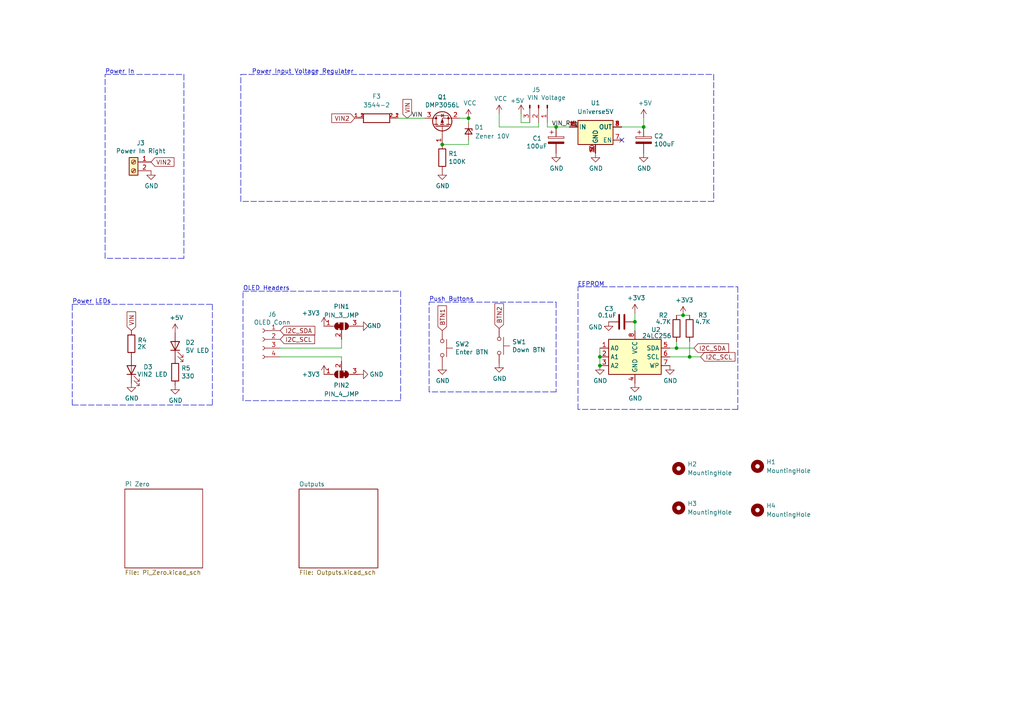
<source format=kicad_sch>
(kicad_sch (version 20231120) (generator "eeschema") (generator_version "8.0")
  (paper "A4")
  (title_block (title "Pi_Zero_W_2") (date "2022-08-20") (rev "v1") (company "Scott Hanson"))
  (lib_symbols
    (symbol "Connector:Conn_01x03_Male" (pin_names (offset 1.016) hide)
      (property "Reference" "J" (at 0 5.08 0))
      (property "Value" "Conn_01x03_Male" (at 0 -5.08 0))
      (symbol "Conn_01x03_Male_1_1"
        (polyline (pts (xy 1.27 -2.54) (xy 0.8636 -2.54)) (stroke (width 0.1524)))
        (polyline (pts (xy 1.27 0) (xy 0.8636 0)) (stroke (width 0.1524)))
        (polyline (pts (xy 1.27 2.54) (xy 0.8636 2.54)) (stroke (width 0.1524)))
        (rectangle (start 0.8636 -2.413) (end 0 -2.667) (stroke (width 0.1524)) (fill (type outline)))
        (rectangle (start 0.8636 0.127) (end 0 -0.127) (stroke (width 0.1524)) (fill (type outline)))
        (rectangle (start 0.8636 2.667) (end 0 2.413) (stroke (width 0.1524)) (fill (type outline)))
        (pin passive line (at 5.08 2.54 180) (length 3.81) (name "Pin_1") (number "1"))
        (pin passive line (at 5.08 0 180) (length 3.81) (name "Pin_2") (number "2"))
        (pin passive line (at 5.08 -2.54 180) (length 3.81) (name "Pin_3") (number "3"))
      )
    )
    (symbol "Connector:Conn_01x04_Female" (pin_names (offset 1.016) hide)
      (property "Reference" "J" (at 0 5.08 0))
      (property "Value" "Conn_01x04_Female" (at 0 -7.62 0))
      (symbol "Conn_01x04_Female_1_1"
        (arc (start 0 -4.572) (mid -0.5058 -5.08) (end 0 -5.588) (stroke (width 0.1524)))
        (arc (start 0 -2.032) (mid -0.5058 -2.54) (end 0 -3.048) (stroke (width 0.1524)))
        (polyline (pts (xy -1.27 -5.08) (xy -0.508 -5.08)) (stroke (width 0.1524)))
        (polyline (pts (xy -1.27 -2.54) (xy -0.508 -2.54)) (stroke (width 0.1524)))
        (polyline (pts (xy -1.27 0) (xy -0.508 0)) (stroke (width 0.1524)))
        (polyline (pts (xy -1.27 2.54) (xy -0.508 2.54)) (stroke (width 0.1524)))
        (arc (start 0 0.508) (mid -0.5058 0) (end 0 -0.508) (stroke (width 0.1524)))
        (arc (start 0 3.048) (mid -0.5058 2.54) (end 0 2.032) (stroke (width 0.1524)))
        (pin passive line (at -5.08 2.54 0) (length 3.81) (name "Pin_1") (number "1"))
        (pin passive line (at -5.08 0 0) (length 3.81) (name "Pin_2") (number "2"))
        (pin passive line (at -5.08 -2.54 0) (length 3.81) (name "Pin_3") (number "3"))
        (pin passive line (at -5.08 -5.08 0) (length 3.81) (name "Pin_4") (number "4"))
      )
    )
    (symbol "Connector:Screw_Terminal_01x02" (pin_names (offset 1.016) hide)
      (property "Reference" "J" (at 0 2.54 0))
      (property "Value" "Screw_Terminal_01x02" (at 0 -5.08 0))
      (symbol "Screw_Terminal_01x02_1_1"
        (rectangle (start -1.27 1.27) (end 1.27 -3.81) (stroke (width 0.254)) (fill (type background)))
        (circle (center 0 -2.54) (radius 0.635) (stroke (width 0.1524)))
        (polyline (pts (xy -0.5334 -2.2098) (xy 0.3302 -3.048)) (stroke (width 0.1524)))
        (polyline (pts (xy -0.5334 0.3302) (xy 0.3302 -0.508)) (stroke (width 0.1524)))
        (polyline (pts (xy -0.3556 -2.032) (xy 0.508 -2.8702)) (stroke (width 0.1524)))
        (polyline (pts (xy -0.3556 0.508) (xy 0.508 -0.3302)) (stroke (width 0.1524)))
        (circle (center 0 0) (radius 0.635) (stroke (width 0.1524)))
        (pin passive line (at -5.08 0 0) (length 3.81) (name "Pin_1") (number "1"))
        (pin passive line (at -5.08 -2.54 0) (length 3.81) (name "Pin_2") (number "2"))
      )
    )
    (symbol "Device:C" (pin_numbers hide) (pin_names (offset 0.254))
      (property "Reference" "C" (at 0.635 2.54 0))
      (property "Value" "C" (at 0.635 -2.54 0))
      (symbol "C_0_1"
        (polyline (pts (xy -2.032 -0.762) (xy 2.032 -0.762)) (stroke (width 0.508)))
        (polyline (pts (xy -2.032 0.762) (xy 2.032 0.762)) (stroke (width 0.508)))
      )
      (symbol "C_1_1"
        (pin passive line (at 0 3.81 270) (length 2.794) (name "~") (number "1"))
        (pin passive line (at 0 -3.81 90) (length 2.794) (name "~") (number "2"))
      )
    )
    (symbol "Device:D_Zener_Small" (pin_numbers hide) (pin_names (offset 0.254) hide)
      (property "Reference" "D" (at 0 2.286 0))
      (property "Value" "D_Zener_Small" (at 0 -2.286 0))
      (symbol "D_Zener_Small_0_1"
        (polyline (pts (xy 0.762 0) (xy -0.762 0)))
        (polyline (pts (xy -0.254 1.016) (xy -0.762 1.016) (xy -0.762 -1.016)) (stroke (width 0.254)))
        (polyline (pts (xy 0.762 1.016) (xy -0.762 0) (xy 0.762 -1.016) (xy 0.762 1.016)) (stroke (width 0.254)))
      )
      (symbol "D_Zener_Small_1_1"
        (pin passive line (at -2.54 0 0) (length 1.778) (name "K") (number "1"))
        (pin passive line (at 2.54 0 180) (length 1.778) (name "A") (number "2"))
      )
    )
    (symbol "Device:LED" (pin_numbers hide) (pin_names (offset 1.016) hide)
      (property "Reference" "D" (at 0 2.54 0))
      (property "Value" "LED" (at 0 -2.54 0))
      (symbol "LED_0_1"
        (polyline (pts (xy -1.27 -1.27) (xy -1.27 1.27)) (stroke (width 0.254)))
        (polyline (pts (xy -1.27 0) (xy 1.27 0)))
        (polyline (pts (xy 1.27 -1.27) (xy 1.27 1.27) (xy -1.27 0) (xy 1.27 -1.27)) (stroke (width 0.254)))
        (polyline (pts (xy -3.048 -0.762) (xy -4.572 -2.286) (xy -3.81 -2.286) (xy -4.572 -2.286) (xy -4.572 -1.524)))
        (polyline (pts (xy -1.778 -0.762) (xy -3.302 -2.286) (xy -2.54 -2.286) (xy -3.302 -2.286) (xy -3.302 -1.524)))
      )
      (symbol "LED_1_1"
        (pin passive line (at -3.81 0 0) (length 2.54) (name "K") (number "1"))
        (pin passive line (at 3.81 0 180) (length 2.54) (name "A") (number "2"))
      )
    )
    (symbol "Device:Q_PMOS_GSD" (pin_names (offset 0) hide)
      (property "Reference" "Q" (at 5.08 1.27 0))
      (property "Value" "Q_PMOS_GSD" (at 5.08 -1.27 0))
      (symbol "Q_PMOS_GSD_0_1"
        (polyline (pts (xy 0.254 0) (xy -2.54 0)))
        (polyline (pts (xy 0.254 1.905) (xy 0.254 -1.905)) (stroke (width 0.254)))
        (polyline (pts (xy 0.762 -1.27) (xy 0.762 -2.286)) (stroke (width 0.254)))
        (polyline (pts (xy 0.762 0.508) (xy 0.762 -0.508)) (stroke (width 0.254)))
        (polyline (pts (xy 0.762 2.286) (xy 0.762 1.27)) (stroke (width 0.254)))
        (polyline (pts (xy 2.54 2.54) (xy 2.54 1.778)))
        (polyline (pts (xy 2.54 -2.54) (xy 2.54 0) (xy 0.762 0)))
        (polyline (pts (xy 0.762 1.778) (xy 3.302 1.778) (xy 3.302 -1.778) (xy 0.762 -1.778)))
        (polyline (pts (xy 2.286 0) (xy 1.27 0.381) (xy 1.27 -0.381) (xy 2.286 0)) (fill (type outline)))
        (polyline (pts (xy 2.794 -0.508) (xy 2.921 -0.381) (xy 3.683 -0.381) (xy 3.81 -0.254)))
        (polyline (pts (xy 3.302 -0.381) (xy 2.921 0.254) (xy 3.683 0.254) (xy 3.302 -0.381)))
        (circle (center 1.651 0) (radius 2.794) (stroke (width 0.254)))
        (circle (center 2.54 -1.778) (radius 0.254) (fill (type outline)))
        (circle (center 2.54 1.778) (radius 0.254) (fill (type outline)))
      )
      (symbol "Q_PMOS_GSD_1_1"
        (pin input line (at -5.08 0 0) (length 2.54) (name "G") (number "1"))
        (pin passive line (at 2.54 -5.08 90) (length 2.54) (name "S") (number "2"))
        (pin passive line (at 2.54 5.08 270) (length 2.54) (name "D") (number "3"))
      )
    )
    (symbol "Device:R" (pin_numbers hide) (pin_names (offset 0))
      (property "Reference" "R" (at 2.032 0 90))
      (property "Value" "R" (at 0 0 90))
      (symbol "R_0_1"
        (rectangle (start -1.016 -2.54) (end 1.016 2.54) (stroke (width 0.254)))
      )
      (symbol "R_1_1"
        (pin passive line (at 0 3.81 270) (length 1.27) (name "~") (number "1"))
        (pin passive line (at 0 -3.81 90) (length 1.27) (name "~") (number "2"))
      )
    )
    (symbol "Jumper:SolderJumper_3_Bridged12" (pin_names (offset 0) hide)
      (property "Reference" "JP" (at -2.54 -2.54 0))
      (property "Value" "SolderJumper_3_Bridged12" (at 0 2.794 0))
      (symbol "SolderJumper_3_Bridged12_0_1"
        (rectangle (start -1.016 0.508) (end -0.508 -0.508) (fill (type outline)))
        (arc (start -1.016 1.016) (mid -2.0275 0) (end -1.016 -1.016))
        (arc (start -1.016 1.016) (mid -2.0275 0) (end -1.016 -1.016) (fill (type outline)))
        (rectangle (start -0.508 1.016) (end 0.508 -1.016) (fill (type outline)))
        (polyline (pts (xy -2.54 0) (xy -2.032 0)))
        (polyline (pts (xy -1.016 1.016) (xy -1.016 -1.016)))
        (polyline (pts (xy 0 -1.27) (xy 0 -1.016)))
        (polyline (pts (xy 1.016 1.016) (xy 1.016 -1.016)))
        (polyline (pts (xy 2.54 0) (xy 2.032 0)))
        (arc (start 1.016 -1.016) (mid 2.0275 0) (end 1.016 1.016))
        (arc (start 1.016 -1.016) (mid 2.0275 0) (end 1.016 1.016) (fill (type outline)))
      )
      (symbol "SolderJumper_3_Bridged12_1_1"
        (pin passive line (at -5.08 0 0) (length 2.54) (name "A") (number "1"))
        (pin passive line (at 0 -3.81 90) (length 2.54) (name "C") (number "2"))
        (pin passive line (at 5.08 0 180) (length 2.54) (name "B") (number "3"))
      )
    )
    (symbol "Mechanical:MountingHole" (pin_names (offset 1.016))
      (property "Reference" "H" (at 0 5.08 0))
      (property "Value" "MountingHole" (at 0 3.175 0))
      (symbol "MountingHole_0_1"
        (circle (center 0 0) (radius 1.27) (stroke (width 1.27)))
      )
    )
    (symbol "Memory_EEPROM:24LC256"
      (property "Reference" "U" (at -6.35 6.35 0))
      (property "Value" "24LC256" (at 1.27 6.35 0))
      (symbol "24LC256_1_1"
        (rectangle (start -7.62 5.08) (end 7.62 -5.08) (stroke (width 0.254)) (fill (type background)))
        (pin input line (at -10.16 2.54 0) (length 2.54) (name "A0") (number "1"))
        (pin input line (at -10.16 0 0) (length 2.54) (name "A1") (number "2"))
        (pin input line (at -10.16 -2.54 0) (length 2.54) (name "A2") (number "3"))
        (pin power_in line (at 0 -7.62 90) (length 2.54) (name "GND") (number "4"))
        (pin bidirectional line (at 10.16 2.54 180) (length 2.54) (name "SDA") (number "5"))
        (pin input line (at 10.16 0 180) (length 2.54) (name "SCL") (number "6"))
        (pin input line (at 10.16 -2.54 180) (length 2.54) (name "WP") (number "7"))
        (pin power_in line (at 0 7.62 270) (length 2.54) (name "VCC") (number "8"))
      )
    )
    (symbol "Pi_Zero_W_2-rescue:CP-Device" (pin_numbers hide) (pin_names (offset 0.254))
      (property "Reference" "C" (at 0.635 2.54 0))
      (property "Value" "CP-Device" (at 0.635 -2.54 0))
      (symbol "CP-Device_0_1"
        (rectangle (start -2.286 0.508) (end 2.286 1.016))
        (polyline (pts (xy -1.778 2.286) (xy -0.762 2.286)))
        (polyline (pts (xy -1.27 2.794) (xy -1.27 1.778)))
        (rectangle (start 2.286 -0.508) (end -2.286 -1.016) (fill (type outline)))
      )
      (symbol "CP-Device_1_1"
        (pin passive line (at 0 3.81 270) (length 2.794) (name "~") (number "1"))
        (pin passive line (at 0 -3.81 90) (length 2.794) (name "~") (number "2"))
      )
    )
    (symbol "Scotts:3544-2" (pin_names (offset 1.016) hide)
      (property "Reference" "F?" (at -3.81 2.54 0))
      (property "Value" "3544-2" (at -3.81 -2.54 0))
      (symbol "3544-2_0_0"
        (polyline (pts (xy -3.81 -1.27) (xy -3.81 1.27)) (stroke (width 0.254)))
        (polyline (pts (xy -3.81 1.27) (xy 3.81 1.27)) (stroke (width 0.254)))
        (polyline (pts (xy 3.81 -1.27) (xy -3.81 -1.27)) (stroke (width 0.254)))
        (polyline (pts (xy 3.81 1.27) (xy 3.81 -1.27)) (stroke (width 0.254)))
        (text "~" (at 0 0 0) (effects (font (size 1.27 1.27))))
        (pin passive line (at -6.35 0 0) (length 2.54) (name "1") (number "1_1"))
        (pin passive line (at -6.35 0 0) (length 2.54) (name "1") (number "1_2"))
        (pin passive line (at 6.35 0 180) (length 2.54) (name "2") (number "2_1"))
        (pin passive line (at 6.35 0 180) (length 2.54) (name "2") (number "2_2"))
      )
    )
    (symbol "Scotts:SolderJumper_3_Bridged23" (pin_names (offset 0) hide)
      (property "Reference" "JP?" (at 0 6.35 0))
      (property "Value" "SolderJumper_3_Bridged23" (at 0 3.81 0))
      (symbol "SolderJumper_3_Bridged23_0_1"
        (arc (start -1.016 1.016) (mid -2.0275 0) (end -1.016 -1.016))
        (arc (start -1.016 1.016) (mid -2.0275 0) (end -1.016 -1.016) (fill (type outline)))
        (rectangle (start -0.508 1.016) (end 0.508 -1.016) (fill (type outline)))
        (polyline (pts (xy -2.54 0) (xy -2.032 0)))
        (polyline (pts (xy -1.016 1.016) (xy -1.016 -1.016)))
        (polyline (pts (xy 0 -1.27) (xy 0 -1.016)))
        (polyline (pts (xy 1.016 1.016) (xy 1.016 -1.016)))
        (polyline (pts (xy 2.54 0) (xy 2.032 0)))
        (rectangle (start 0.508 0.508) (end 1.016 -0.508) (fill (type outline)))
        (arc (start 1.016 -1.016) (mid 2.0275 0) (end 1.016 1.016))
        (arc (start 1.016 -1.016) (mid 2.0275 0) (end 1.016 1.016) (fill (type outline)))
      )
      (symbol "SolderJumper_3_Bridged23_1_1"
        (pin passive line (at -5.08 0 0) (length 2.54) (name "A") (number "1"))
        (pin passive line (at 0 -3.81 90) (length 2.54) (name "C") (number "2"))
        (pin passive line (at 5.08 0 180) (length 2.54) (name "B") (number "3"))
      )
    )
    (symbol "Scotts:Universe5V" (pin_names (offset 0.254))
      (property "Reference" "U" (at -3.81 3.175 0))
      (property "Value" "Universe5V" (at 0 3.175 0))
      (symbol "Universe5V_0_0"
        (pin power_in line (at 0 -7.62 90) (length 2.54) (name "GND") (number "10"))
        (pin power_in line (at -7.62 0 0) (length 2.54) (name "IN") (number "11"))
        (pin power_out line (at 7.62 0 180) (length 2.54) (name "OUT") (number "4"))
        (pin power_in line (at 0 -7.62 90) (length 2.54) (name "GND") (number "5"))
        (pin power_in line (at -7.62 0 0) (length 2.54) (name "IN") (number "6"))
        (pin output line (at 7.62 -3.81 180) (length 2.54) (name "EN") (number "7"))
        (pin power_out line (at 7.62 0 180) (length 2.54) (name "OUT") (number "8"))
        (pin power_in line (at 0 -7.62 90) (length 2.54) (name "GND") (number "9"))
      )
      (symbol "Universe5V_0_1"
        (rectangle (start -5.08 1.905) (end 5.08 -5.08) (stroke (width 0.254)) (fill (type background)))
      )
      (symbol "Universe5V_1_1"
        (pin power_in line (at -7.62 0 0) (length 2.54) (name "IN") (number "1"))
        (pin power_in line (at 0 -7.62 90) (length 2.54) (name "GND") (number "2"))
        (pin power_out line (at 7.62 0 180) (length 2.54) (name "OUT") (number "3"))
      )
    )
    (symbol "Switch:SW_Push" (pin_numbers hide) (pin_names (offset 1.016) hide)
      (property "Reference" "SW" (at 1.27 2.54 0))
      (property "Value" "SW_Push" (at 0 -1.524 0))
      (symbol "SW_Push_0_1"
        (circle (center -2.032 0) (radius 0.508))
        (polyline (pts (xy 0 1.27) (xy 0 3.048)))
        (polyline (pts (xy 2.54 1.27) (xy -2.54 1.27)))
        (circle (center 2.032 0) (radius 0.508))
        (pin passive line (at -5.08 0 0) (length 2.54) (name "1") (number "1"))
        (pin passive line (at 5.08 0 180) (length 2.54) (name "2") (number "2"))
      )
    )
    (symbol "power:+3.3V" (power) (pin_names (offset 0))
      (property "Value" "+3.3V" (at 0 3.556 0))
      (symbol "+3.3V_0_1"
        (polyline (pts (xy -0.762 1.27) (xy 0 2.54)))
        (polyline (pts (xy 0 0) (xy 0 2.54)))
        (polyline (pts (xy 0 2.54) (xy 0.762 1.27)))
      )
      (symbol "+3.3V_1_1"
        (pin power_in line (at 0 0 90) (length 0) hide (name "+3V3") (number "1"))
      )
    )
    (symbol "power:+5V" (power) (pin_names (offset 0))
      (property "Value" "+5V" (at 0 3.556 0))
      (symbol "+5V_0_1"
        (polyline (pts (xy -0.762 1.27) (xy 0 2.54)))
        (polyline (pts (xy 0 0) (xy 0 2.54)))
        (polyline (pts (xy 0 2.54) (xy 0.762 1.27)))
      )
      (symbol "+5V_1_1"
        (pin power_in line (at 0 0 90) (length 0) hide (name "+5V") (number "1"))
      )
    )
    (symbol "power:GND" (power) (pin_names (offset 0))
      (property "Value" "GND" (at 0 -3.81 0))
      (symbol "GND_0_1"
        (polyline (pts (xy 0 0) (xy 0 -1.27) (xy 1.27 -1.27) (xy 0 -2.54) (xy -1.27 -1.27) (xy 0 -1.27)))
      )
      (symbol "GND_1_1"
        (pin power_in line (at 0 0 270) (length 0) hide (name "GND") (number "1"))
      )
    )
    (symbol "power:VCC" (power) (pin_names (offset 0))
      (property "Value" "VCC" (at 0 3.81 0))
      (symbol "VCC_0_1"
        (polyline (pts (xy -0.762 1.27) (xy 0 2.54)))
        (polyline (pts (xy 0 0) (xy 0 2.54)))
        (polyline (pts (xy 0 2.54) (xy 0.762 1.27)))
      )
      (symbol "VCC_1_1"
        (pin power_in line (at 0 0 90) (length 0) hide (name "VCC") (number "1"))
      )
    )
  )
  (junction (at 186.69 36.83))
  (junction (at 198.12 91.44))
  (junction (at 161.29 36.83))
  (junction (at 196.215 100.965))
  (junction (at 128.27 41.91))
  (junction (at 173.99 103.505))
  (junction (at 135.89 34.29))
  (junction (at 200.025 103.505))
  (junction (at 184.15 93.345))
  (junction (at 173.99 106.045))
  (no_connect (at 180.34 40.64))
  (wire (pts (xy 203.2 103.505) (xy 200.025 103.505)))
  (wire (pts (xy 115.57 34.29) (xy 123.19 34.29)))
  (wire (pts (xy 156.21 36.83) (xy 144.78 36.83)))
  (wire (pts (xy 99.06 98.425) (xy 99.06 100.965)))
  (polyline (pts (xy 213.995 118.745) (xy 167.64 118.745)) (stroke (width 0) (type dash)))
  (wire (pts (xy 135.89 41.91) (xy 128.27 41.91)))
  (wire (pts (xy 196.215 99.06) (xy 196.215 100.965)))
  (polyline (pts (xy 61.595 88.265) (xy 61.595 117.475)) (stroke (width 0) (type dash)))
  (wire (pts (xy 194.31 100.965) (xy 196.215 100.965)))
  (wire (pts (xy 200.025 91.44) (xy 198.12 91.44)))
  (polyline (pts (xy 69.85 21.59) (xy 207.01 21.59)) (stroke (width 0) (type dash)))
  (wire (pts (xy 133.35 34.29) (xy 135.89 34.29)))
  (polyline (pts (xy 20.955 117.475) (xy 20.955 88.265)) (stroke (width 0) (type dash)))
  (polyline (pts (xy 61.595 117.475) (xy 20.955 117.475)) (stroke (width 0) (type dash)))
  (polyline (pts (xy 53.34 21.59) (xy 53.34 74.93)) (stroke (width 0) (type dash)))
  (wire (pts (xy 151.13 35.56) (xy 153.67 35.56)))
  (wire (pts (xy 151.13 33.02) (xy 151.13 35.56)))
  (wire (pts (xy 81.28 100.965) (xy 99.06 100.965)))
  (polyline (pts (xy 124.46 113.665) (xy 124.46 87.63)) (stroke (width 0) (type dash)))
  (polyline (pts (xy 124.46 87.63) (xy 161.29 87.63)) (stroke (width 0) (type dash)))
  (wire (pts (xy 180.34 36.83) (xy 186.69 36.83)))
  (wire (pts (xy 196.215 100.965) (xy 201.295 100.965)))
  (polyline (pts (xy 213.995 83.185) (xy 213.995 118.745)) (stroke (width 0) (type dash)))
  (polyline (pts (xy 70.485 84.455) (xy 116.205 84.455)) (stroke (width 0) (type dash)))
  (polyline (pts (xy 167.64 83.185) (xy 213.995 83.185)) (stroke (width 0) (type dash)))
  (polyline (pts (xy 20.955 88.265) (xy 61.595 88.265)) (stroke (width 0) (type dash)))
  (polyline (pts (xy 161.29 113.665) (xy 124.46 113.665)) (stroke (width 0) (type dash)))
  (wire (pts (xy 184.15 93.345) (xy 184.15 95.885)))
  (wire (pts (xy 200.025 99.06) (xy 200.025 103.505)))
  (polyline (pts (xy 70.485 116.205) (xy 70.485 84.455)) (stroke (width 0) (type dash)))
  (polyline (pts (xy 30.48 21.59) (xy 53.34 21.59)) (stroke (width 0) (type dash)))
  (polyline (pts (xy 167.64 118.745) (xy 167.64 83.185)) (stroke (width 0) (type dash)))
  (wire (pts (xy 198.12 91.44) (xy 196.215 91.44)))
  (wire (pts (xy 161.29 36.83) (xy 165.1 36.83)))
  (wire (pts (xy 186.69 34.29) (xy 186.69 36.83)))
  (polyline (pts (xy 69.85 58.42) (xy 69.85 21.59)) (stroke (width 0) (type dash)))
  (wire (pts (xy 173.99 100.965) (xy 173.99 103.505)))
  (wire (pts (xy 158.75 35.56) (xy 158.75 36.83)))
  (wire (pts (xy 81.28 103.505) (xy 99.06 103.505)))
  (wire (pts (xy 200.025 103.505) (xy 194.31 103.505)))
  (wire (pts (xy 156.21 35.56) (xy 156.21 36.83)))
  (wire (pts (xy 173.99 103.505) (xy 173.99 106.045)))
  (wire (pts (xy 135.89 34.29) (xy 135.89 35.56)))
  (wire (pts (xy 135.89 40.64) (xy 135.89 41.91)))
  (polyline (pts (xy 207.01 58.42) (xy 69.85 58.42)) (stroke (width 0) (type dash)))
  (wire (pts (xy 158.75 36.83) (xy 161.29 36.83)))
  (wire (pts (xy 99.06 103.505) (xy 99.06 104.775)))
  (wire (pts (xy 184.15 90.805) (xy 184.15 93.345)))
  (wire (pts (xy 144.78 36.83) (xy 144.78 33.02)))
  (polyline (pts (xy 30.48 74.93) (xy 30.48 21.59)) (stroke (width 0) (type dash)))
  (polyline (pts (xy 116.205 116.205) (xy 70.485 116.205)) (stroke (width 0) (type dash)))
  (polyline (pts (xy 53.34 74.93) (xy 30.48 74.93)) (stroke (width 0) (type dash)))
  (polyline (pts (xy 207.01 21.59) (xy 207.01 58.42)) (stroke (width 0) (type dash)))
  (polyline (pts (xy 116.205 84.455) (xy 116.205 116.205)) (stroke (width 0) (type dash)))
  (polyline (pts (xy 161.29 87.63) (xy 161.29 113.665)) (stroke (width 0) (type dash)))
  (text "Power LEDs" (at 20.955 88.265 0) (effects (font (size 1.27 1.27)) (justify left bottom)))
  (text "Power In" (at 30.48 21.59 0) (effects (font (size 1.27 1.27)) (justify left bottom)))
  (text "OLED Headers" (at 70.485 84.455 0) (effects (font (size 1.27 1.27)) (justify left bottom)))
  (text "Push Buttons" (at 124.46 87.63 0) (effects (font (size 1.27 1.27)) (justify left bottom)))
  (text "Power Input Voltage Regulater" (at 73.025 21.59 0) (effects (font (size 1.27 1.27)) (justify left bottom)))
  (text "EEPROM" (at 167.513 83.312 0) (effects (font (size 1.27 1.27)) (justify left bottom)))
  (label "VIN_Reg" (at 160.02 36.83 0))
  (label "VIN" (at 119.38 34.29 0))
  (global_label "VIN" (shape input) (at 118.11 34.29 90) (property "Intersheetrefs" "${INTERSHEET_REFS}" (effects (hide yes))))
  (global_label "VIN2" (shape input) (at 102.87 34.29 180) (property "Intersheetrefs" "${INTERSHEET_REFS}" (effects (hide yes))))
  (global_label "VIN2" (shape input) (at 43.815 46.99 0) (property "Intersheetrefs" "${INTERSHEET_REFS}" (effects (hide yes))))
  (global_label "I2C_SCL" (shape input) (at 81.28 98.425 0) (property "Intersheetrefs" "${INTERSHEET_REFS}" (effects (hide yes))))
  (global_label "BTN1" (shape input) (at 128.27 95.885 90) (property "Intersheetrefs" "${INTERSHEET_REFS}" (effects (hide yes))))
  (global_label "BTN2" (shape input) (at 144.78 95.25 90) (property "Intersheetrefs" "${INTERSHEET_REFS}" (effects (hide yes))))
  (global_label "I2C_SDA" (shape input) (at 201.295 100.965 0) (property "Intersheetrefs" "${INTERSHEET_REFS}" (effects (hide yes))))
  (global_label "I2C_SCL" (shape input) (at 203.2 103.505 0) (property "Intersheetrefs" "${INTERSHEET_REFS}" (effects (hide yes))))
  (global_label "VIN" (shape input) (at 38.1 95.885 90) (property "Intersheetrefs" "${INTERSHEET_REFS}" (effects (hide yes))))
  (global_label "I2C_SDA" (shape input) (at 81.28 95.885 0) (property "Intersheetrefs" "${INTERSHEET_REFS}" (effects (hide yes))))
  (symbol (lib_id "Pi_Zero_W_2-rescue:CP-Device") (at 186.69 40.64 0) (unit 1)
    (property "Reference" "C2" (at 189.6872 39.4716 0) (effects (justify left)))
    (property "Value" "100uF" (at 189.6872 41.783 0) (effects (justify left)))
    (property "Footprint" "Capacitor_SMD:CP_Elec_6.3x5.4_Nichicon" (effects (hide yes)))
    (property "Digi-Key_PN" "493-2105-1-ND" (effects (hide yes)))
    (property "MPN" "UWX1C101MCL1GB" (effects (hide yes)))
    (property "LCSC" "C134723" (effects (hide yes)))
  )
  (symbol (lib_id "Pi_Zero_W_2-rescue:CP-Device") (at 161.29 40.64 0) (unit 1)
    (property "Reference" "C1" (at 154.432 40.132 0) (effects (justify left)))
    (property "Value" "100uF" (at 152.654 42.418 0) (effects (justify left)))
    (property "Footprint" "Capacitor_SMD:CP_Elec_6.3x5.4_Nichicon" (effects (hide yes)))
    (property "Digi-Key_PN" "493-2105-1-ND" (effects (hide yes)))
    (property "MPN" "UWX1C101MCL1GB" (effects (hide yes)))
    (property "LCSC" "C134723" (effects (hide yes)))
  )
  (symbol (lib_id "power:GND") (at 172.72 44.45 0) (unit 1)
    (property "Reference" "#PWR06" (effects (hide yes)))
    (property "Value" "GND" (at 172.847 48.8442 0))
  )
  (symbol (lib_id "power:GND") (at 186.69 44.45 0) (unit 1)
    (property "Reference" "#PWR07" (effects (hide yes)))
    (property "Value" "GND" (at 186.817 48.8442 0))
  )
  (symbol (lib_id "power:GND") (at 161.29 44.45 0) (unit 1)
    (property "Reference" "#PWR05" (effects (hide yes)))
    (property "Value" "GND" (at 161.417 48.8442 0))
  )
  (symbol (lib_id "power:+5V") (at 186.69 34.29 0) (unit 1)
    (property "Reference" "#PWR04" (effects (hide yes)))
    (property "Value" "+5V" (at 187.071 29.8958 0))
  )
  (symbol (lib_id "Connector:Conn_01x03_Male") (at 156.21 30.48 270) (unit 1)
    (property "Reference" "J5" (at 154.305 26.035 90) (effects (justify left)))
    (property "Value" "VIN Voltage" (at 152.908 28.321 90) (effects (justify left)))
    (property "Footprint" "Connector_PinHeader_2.54mm:PinHeader_1x03_P2.54mm_Vertical" (effects (hide yes)))
    (property "Digi-Key_PN" "732-5316-ND" (effects (hide yes)))
    (property "MPN" "61300311121" (effects (hide yes)))
    (property "LCSC" "C49257" (effects (hide yes)))
  )
  (symbol (lib_id "power:+5V") (at 151.13 33.02 0) (unit 1)
    (property "Reference" "#PWR01" (effects (hide yes)))
    (property "Value" "+5V" (at 149.987 29.21 0))
  )
  (symbol (lib_id "power:GND") (at 43.815 49.53 0) (unit 1)
    (property "Reference" "#PWR08" (effects (hide yes)))
    (property "Value" "GND" (at 43.942 53.9242 0))
  )
  (symbol (lib_id "Connector:Conn_01x04_Female") (at 76.2 98.425 0) (mirror y) (unit 1)
    (property "Reference" "J6" (at 78.9432 91.186 0))
    (property "Value" "OLED Conn" (at 78.9432 93.4974 0))
    (property "Footprint" "Connector_PinSocket_2.54mm:PinSocket_1x04_P2.54mm_Vertical" (effects (hide yes)))
    (property "Digi-Key_PN" "S7002-ND" (effects (hide yes)))
    (property "MPN" "PPTC041LFBN-RC" (effects (hide yes)))
    (property "LCSC" "C225501" (effects (hide yes)))
  )
  (symbol (lib_id "power:+3.3V") (at 93.98 94.615 0) (unit 1)
    (property "Reference" "#PWR013" (effects (hide yes)))
    (property "Value" "+3V3" (at 90.17 90.805 0))
  )
  (symbol (lib_id "Device:LED") (at 38.1 107.315 90) (unit 1)
    (property "Reference" "D3" (at 42.926 106.426 90))
    (property "Value" "VIN2 LED" (at 44.196 108.585 90))
    (property "Footprint" "LED_SMD:LED_0603_1608Metric" (effects (hide yes)))
    (property "Digi-Key_PN" "160-1436-2-ND" (effects (hide yes)))
    (property "MPN" "LTST-C190KRKT" (effects (hide yes)))
    (property "LCSC" "C2286" (effects (hide yes)))
  )
  (symbol (lib_id "Device:R") (at 38.1 99.695 180) (unit 1)
    (property "Reference" "R4" (at 41.275 98.679 0))
    (property "Value" "2K" (at 41.148 100.584 0))
    (property "Footprint" "Resistor_SMD:R_0603_1608Metric" (effects (hide yes)))
    (property "LCSC" "C4190" (effects (hide yes)))
  )
  (symbol (lib_id "power:GND") (at 38.1 111.125 0) (unit 1)
    (property "Reference" "#PWR022" (effects (hide yes)))
    (property "Value" "GND" (at 38.227 115.5192 0))
  )
  (symbol (lib_id "Device:R") (at 50.8 107.95 180) (unit 1)
    (property "Reference" "R5" (at 52.578 106.7816 0) (effects (justify right)))
    (property "Value" "330" (at 52.578 109.093 0) (effects (justify right)))
    (property "Footprint" "Resistor_SMD:R_0603_1608Metric" (effects (hide yes)))
    (property "LCSC" "C23138" (effects (hide yes)))
  )
  (symbol (lib_id "Device:LED") (at 50.8 100.33 90) (unit 1)
    (property "Reference" "D2" (at 53.7718 99.3394 90) (effects (justify right)))
    (property "Value" "5V LED" (at 53.7718 101.6508 90) (effects (justify right)))
    (property "Footprint" "LED_SMD:LED_0603_1608Metric" (effects (hide yes)))
    (property "Digi-Key_PN" "160-1436-2-ND" (effects (hide yes)))
    (property "MPN" "LTST-C190KRKT" (effects (hide yes)))
    (property "LCSC" "C2286" (effects (hide yes)))
  )
  (symbol (lib_id "power:+5V") (at 50.8 96.52 0) (unit 1)
    (property "Reference" "#PWR015" (effects (hide yes)))
    (property "Value" "+5V" (at 51.181 92.1258 0))
  )
  (symbol (lib_id "power:GND") (at 50.8 111.76 0) (unit 1)
    (property "Reference" "#PWR024" (effects (hide yes)))
    (property "Value" "GND" (at 50.927 116.1542 0))
  )
  (symbol (lib_id "Memory_EEPROM:24LC256") (at 184.15 103.505 0) (unit 1)
    (property "Reference" "U2" (at 190.246 95.631 0))
    (property "Value" "24LC256" (at 190.5 97.409 0))
    (property "Footprint" "Package_SO:SOIC-8_3.9x4.9mm_P1.27mm" (effects (hide yes)))
    (property "Datasheet" "http://ww1.microchip.com/downloads/en/devicedoc/21203m.pdf" (effects (hide yes)))
    (property "Digi-Key_PN" "24LC256T-I/SNCT-ND" (effects (hide yes)))
    (property "MPN" "24LC256T-I/SN" (effects (hide yes)))
    (property "LCSC" "C6482" (effects (hide yes)))
  )
  (symbol (lib_id "power:GND") (at 173.99 106.045 0) (unit 1)
    (property "Reference" "#PWR018" (effects (hide yes)))
    (property "Value" "GND" (at 174.117 110.4392 0))
  )
  (symbol (lib_id "power:GND") (at 184.15 111.125 0) (unit 1)
    (property "Reference" "#PWR023" (effects (hide yes)))
    (property "Value" "GND" (at 184.277 115.5192 0))
  )
  (symbol (lib_id "power:GND") (at 194.31 106.045 0) (unit 1)
    (property "Reference" "#PWR019" (effects (hide yes)))
    (property "Value" "GND" (at 194.437 110.4392 0))
  )
  (symbol (lib_id "power:+3.3V") (at 184.15 90.805 0) (unit 1)
    (property "Reference" "#PWR010" (effects (hide yes)))
    (property "Value" "+3V3" (at 184.531 86.4108 0))
  )
  (symbol (lib_id "Device:R") (at 196.215 95.25 180) (unit 1)
    (property "Reference" "R2" (at 192.405 91.44 0))
    (property "Value" "4.7K" (at 192.405 93.345 0))
    (property "Footprint" "Resistor_SMD:R_0603_1608Metric" (effects (hide yes)))
    (property "Digi-Key_PN" "311-4.7KGRCT-ND" (effects (hide yes)))
    (property "MPN" "RC0603JR-074K7L" (effects (hide yes)))
    (property "LCSC" "C23162" (effects (hide yes)))
  )
  (symbol (lib_id "Device:R") (at 200.025 95.25 180) (unit 1)
    (property "Reference" "R3" (at 203.835 91.44 0))
    (property "Value" "4.7K" (at 203.835 93.345 0))
    (property "Footprint" "Resistor_SMD:R_0603_1608Metric" (effects (hide yes)))
    (property "Digi-Key_PN" "311-4.7KGRCT-ND" (effects (hide yes)))
    (property "MPN" "RC0603JR-074K7L" (effects (hide yes)))
    (property "LCSC" "C23162" (effects (hide yes)))
  )
  (symbol (lib_id "power:+3.3V") (at 198.12 91.44 0) (unit 1)
    (property "Reference" "#PWR011" (effects (hide yes)))
    (property "Value" "+3V3" (at 198.501 87.0458 0))
  )
  (symbol (lib_id "Device:C") (at 180.34 93.345 270) (unit 1)
    (property "Reference" "C3" (at 175.26 89.535 90) (effects (justify left)))
    (property "Value" "0.1uF" (at 173.355 91.44 90) (effects (justify left)))
    (property "Footprint" "Capacitor_SMD:C_0603_1608Metric" (effects (hide yes)))
    (property "Digi-Key_PN" "1276-1935-2-ND" (effects (hide yes)))
    (property "MPN" "CL10B104KB8NNWC" (effects (hide yes)))
    (property "LCSC" "C14663" (effects (hide yes)))
  )
  (symbol (lib_id "power:GND") (at 176.53 93.345 0) (unit 1)
    (property "Reference" "#PWR012" (effects (hide yes)))
    (property "Value" "GND" (at 172.72 94.869 0))
  )
  (symbol (lib_id "Switch:SW_Push") (at 128.27 100.965 270) (unit 1)
    (property "Reference" "SW2" (at 132.0292 99.7966 90) (effects (justify left)))
    (property "Value" "Enter BTN" (at 132.0292 102.108 90) (effects (justify left)))
    (property "Footprint" "Button_Switch_SMD:SW_Push_1P1T_NO_6x6mm_H9.5mm" (effects (hide yes)))
    (property "Digi-Key_PN" "CKN9088CT-ND" (effects (hide yes)))
    (property "MPN" "PTS645SL50SMTR92 LFS" (effects (hide yes)))
    (property "LCSC" "C127509" (effects (hide yes)))
  )
  (symbol (lib_id "Switch:SW_Push") (at 144.78 100.33 270) (unit 1)
    (property "Reference" "SW1" (at 148.5392 99.1616 90) (effects (justify left)))
    (property "Value" "Down BTN" (at 148.5392 101.473 90) (effects (justify left)))
    (property "Footprint" "Button_Switch_SMD:SW_Push_1P1T_NO_6x6mm_H9.5mm" (effects (hide yes)))
    (property "Digi-Key_PN" "CKN9088CT-ND" (effects (hide yes)))
    (property "MPN" "PTS645SL50SMTR92 LFS" (effects (hide yes)))
    (property "LCSC" "C127509" (effects (hide yes)))
  )
  (symbol (lib_id "power:GND") (at 144.78 105.41 0) (unit 1)
    (property "Reference" "#PWR016" (effects (hide yes)))
    (property "Value" "GND" (at 144.907 109.8042 0))
  )
  (symbol (lib_id "power:GND") (at 128.27 106.045 0) (unit 1)
    (property "Reference" "#PWR017" (effects (hide yes)))
    (property "Value" "GND" (at 128.397 110.4392 0))
  )
  (symbol (lib_id "Device:Q_PMOS_GSD") (at 128.27 36.83 90) (unit 1)
    (property "Reference" "Q1" (at 128.27 28.1432 90))
    (property "Value" "DMP3056L" (at 128.27 30.4546 90))
    (property "Footprint" "Package_TO_SOT_SMD:SOT-23" (effects (hide yes)))
    (property "Digi-Key_PN" "DMP3056L-7DICT-ND" (effects (hide yes)))
    (property "MPN" "DMP3056L-7" (effects (hide yes)))
    (property "LCSC" "C150724" (effects (hide yes)))
  )
  (symbol (lib_id "Device:D_Zener_Small") (at 135.89 38.1 270) (unit 1)
    (property "Reference" "D1" (at 137.6172 36.9316 90) (effects (justify left)))
    (property "Value" "Zener 10V" (at 137.795 39.497 90) (effects (justify left)))
    (property "Footprint" "Diode_SMD:D_SOD-123" (effects (hide yes)))
    (property "Digi-Key_PN" "MMSZ5240B-FDICT-ND" (effects (hide yes)))
    (property "MPN" "MMSZ5240B-7-F" (effects (hide yes)))
    (property "LCSC" "C173431" (effects (hide yes)))
  )
  (symbol (lib_id "Device:R") (at 128.27 45.72 180) (unit 1)
    (property "Reference" "R1" (at 130.048 44.5516 0) (effects (justify right)))
    (property "Value" "100K" (at 130.048 46.863 0) (effects (justify right)))
    (property "Footprint" "Resistor_SMD:R_0603_1608Metric" (effects (hide yes)))
    (property "Digi-Key_PN" "YAG1235CT-ND" (effects (hide yes)))
    (property "MPN" "RT0603BRD07100KL" (effects (hide yes)))
    (property "LCSC" "C25803" (effects (hide yes)))
  )
  (symbol (lib_id "power:GND") (at 128.27 49.53 0) (unit 1)
    (property "Reference" "#PWR09" (effects (hide yes)))
    (property "Value" "GND" (at 128.397 53.9242 0))
  )
  (symbol (lib_id "power:VCC") (at 135.89 34.29 0) (unit 1)
    (property "Reference" "#PWR03" (effects (hide yes)))
    (property "Value" "VCC" (at 136.3218 29.8958 0))
  )
  (symbol (lib_id "power:VCC") (at 144.78 33.02 0) (unit 1)
    (property "Reference" "#PWR02" (effects (hide yes)))
    (property "Value" "VCC" (at 145.2118 28.6258 0))
  )
  (symbol (lib_id "Connector:Screw_Terminal_01x02") (at 38.735 46.99 0) (mirror y) (unit 1)
    (property "Reference" "J3" (at 40.8178 41.4782 0))
    (property "Value" "Power In Right" (at 40.8178 43.7896 0))
    (property "Footprint" "Barrier_Blocks:BARRIER_BLOCK_1ROW_2POS_P8.26MM" (effects (hide yes)))
    (property "Digi-Key_PN" "ED2953-ND" (effects (hide yes)))
    (property "MPN" "OSTYK51102030" (effects (hide yes)))
    (property "LCSC" "C707421" (effects (hide yes)))
  )
  (symbol (lib_id "Mechanical:MountingHole") (at 219.71 135.255 0) (unit 1)
    (property "Reference" "H1" (at 222.25 133.9849 0) (effects (justify left)))
    (property "Value" "MountingHole" (at 222.25 136.5249 0) (effects (justify left)))
    (property "Footprint" "MountingHole:MountingHole_3.7mm" (effects (hide yes)))
  )
  (symbol (lib_id "power:+3.3V") (at 93.98 108.585 0) (unit 1)
    (property "Reference" "#PWR020" (effects (hide yes)))
    (property "Value" "+3V3" (at 90.17 108.585 0))
  )
  (symbol (lib_id "Scotts:SolderJumper_3_Bridged23") (at 99.06 108.585 0) (mirror x) (unit 1)
    (property "Reference" "PIN2" (at 99.06 111.76 0))
    (property "Value" "PIN_4_JMP" (at 99.06 114.3 0))
    (property "Footprint" "Scotts:SolderJumper-3_P1mm_Bridged23" (effects (hide yes)))
  )
  (symbol (lib_id "Mechanical:MountingHole") (at 196.85 135.89 0) (unit 1)
    (property "Reference" "H2" (at 199.39 134.6199 0) (effects (justify left)))
    (property "Value" "MountingHole" (at 199.39 137.1599 0) (effects (justify left)))
    (property "Footprint" "MountingHole:MountingHole_3.7mm" (effects (hide yes)))
  )
  (symbol (lib_id "Jumper:SolderJumper_3_Bridged12") (at 99.06 94.615 0) (unit 1)
    (property "Reference" "PIN1" (at 99.06 88.9 0))
    (property "Value" "PIN_3_JMP" (at 99.06 91.44 0))
    (property "Footprint" "Scotts:SolderJumper-3_P1mm_Bridged12" (effects (hide yes)))
  )
  (symbol (lib_id "power:GND") (at 104.14 94.615 90) (unit 1)
    (property "Reference" "#PWR014" (effects (hide yes)))
    (property "Value" "GND" (at 108.5342 94.488 90))
  )
  (symbol (lib_id "Scotts:Universe5V") (at 172.72 36.83 0) (unit 1)
    (property "Reference" "U1" (at 172.72 29.845 0))
    (property "Value" "Universe5V" (at 172.72 32.385 0))
    (property "Footprint" "Scotts:Universal_5V_Horizontal" (effects (hide yes)))
  )
  (symbol (lib_id "power:GND") (at 104.14 108.585 90) (unit 1)
    (property "Reference" "#PWR021" (effects (hide yes)))
    (property "Value" "GND" (at 109.22 108.585 90))
  )
  (symbol (lib_id "Mechanical:MountingHole") (at 219.71 147.955 0) (unit 1)
    (property "Reference" "H4" (at 222.25 146.6849 0) (effects (justify left)))
    (property "Value" "MountingHole" (at 222.25 149.2249 0) (effects (justify left)))
    (property "Footprint" "MountingHole:MountingHole_3.7mm" (effects (hide yes)))
  )
  (symbol (lib_id "Scotts:3544-2") (at 109.22 34.29 0) (unit 1)
    (property "Reference" "F3" (at 109.22 27.94 0))
    (property "Value" "3544-2" (at 109.22 30.48 0))
    (property "Footprint" "Scotts:FUSE_3544-2" (effects (hide yes)))
    (property "Digi-Key_PN" "36-3544-2-ND" (effects (hide yes)))
    (property "MPN" "3544-2" (effects (hide yes)))
    (property "LCSC" "C492610" (effects (hide yes)))
  )
  (symbol (lib_id "Mechanical:MountingHole") (at 196.85 147.32 0) (unit 1)
    (property "Reference" "H3" (at 199.39 146.0499 0) (effects (justify left)))
    (property "Value" "MountingHole" (at 199.39 148.5899 0) (effects (justify left)))
    (property "Footprint" "MountingHole:MountingHole_3.7mm" (effects (hide yes)))
  )
  (sheet (at 36.195 141.859) (size 22.606 22.86)
    (property "Sheetname" "Pi Zero" (at 36.195 141.1474 0) (effects (justify left bottom)))
    (property "Sheetfile" "Pi_Zero.kicad_sch" (at 36.195 165.3036 0) (effects (justify left top)))
  )
  (sheet (at 86.741 141.859) (size 22.86 22.86)
    (property "Sheetname" "Outputs" (at 86.741 141.1474 0) (effects (justify left bottom)))
    (property "Sheetfile" "Outputs.kicad_sch" (at 86.741 165.3036 0) (effects (justify left top)))
  )
)
</source>
